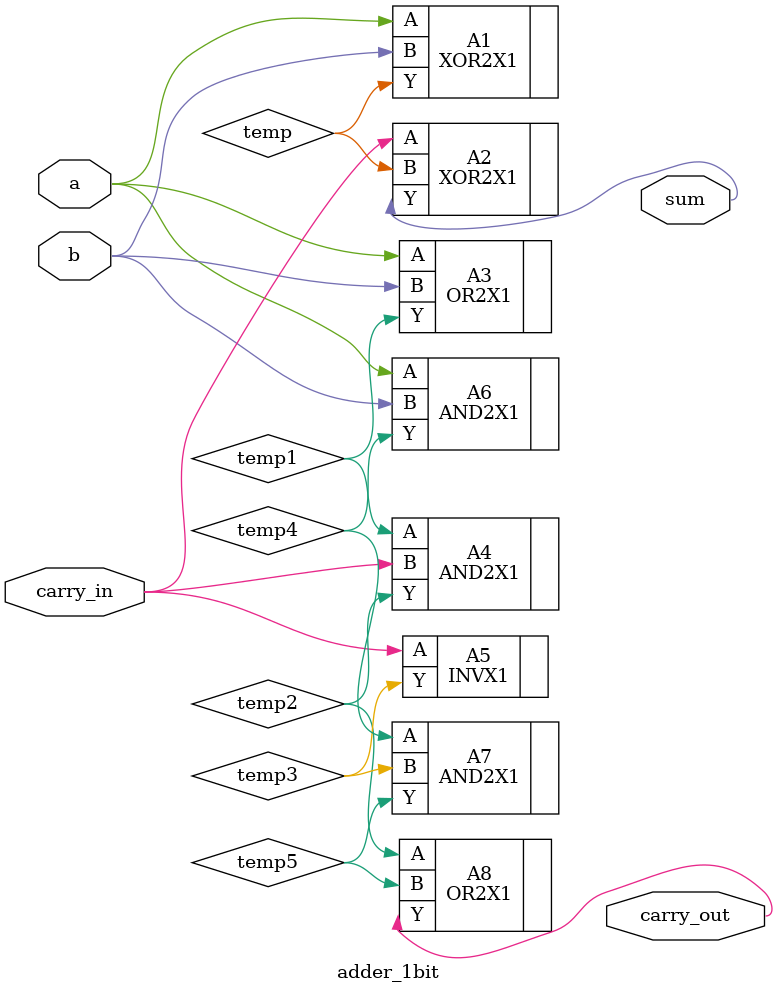
<source format=sv>

module adder_1bit(
input logic a,
input logic b,
input logic carry_in,
output logic sum,
output logic carry_out
);
wire temp;

XOR2X1 A1(.Y(temp),.A(a),.B(b));
XOR2X1 A2(.Y(sum),.A(carry_in),.B(temp));

wire temp1;
wire temp2;
wire temp3;
wire temp4;
wire temp5;

OR2X1  A3 (.Y(temp1),.A(a),.B(b));
AND2X1 A4 (.Y(temp2), .A(temp1), .B(carry_in));
INVX1 A5 (.Y(temp3),.A(carry_in));
AND2X1 A6 (.Y(temp4), .A(a), .B(b));
AND2X1 A7 (.Y(temp5), .A(temp4), .B(temp3));
OR2X1  A8 (.Y(carry_out),.A(temp2),.B(temp5));


endmodule

</source>
